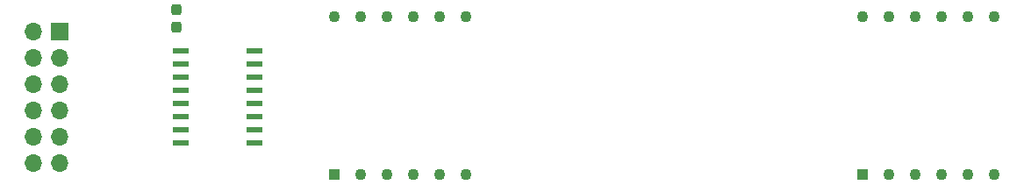
<source format=gbr>
%TF.GenerationSoftware,KiCad,Pcbnew,7.0.2*%
%TF.CreationDate,2023-08-10T02:19:43+09:00*%
%TF.ProjectId,Pmod_7LED_8digit,506d6f64-5f37-44c4-9544-5f3864696769,rev?*%
%TF.SameCoordinates,Original*%
%TF.FileFunction,Soldermask,Bot*%
%TF.FilePolarity,Negative*%
%FSLAX46Y46*%
G04 Gerber Fmt 4.6, Leading zero omitted, Abs format (unit mm)*
G04 Created by KiCad (PCBNEW 7.0.2) date 2023-08-10 02:19:43*
%MOMM*%
%LPD*%
G01*
G04 APERTURE LIST*
G04 Aperture macros list*
%AMRoundRect*
0 Rectangle with rounded corners*
0 $1 Rounding radius*
0 $2 $3 $4 $5 $6 $7 $8 $9 X,Y pos of 4 corners*
0 Add a 4 corners polygon primitive as box body*
4,1,4,$2,$3,$4,$5,$6,$7,$8,$9,$2,$3,0*
0 Add four circle primitives for the rounded corners*
1,1,$1+$1,$2,$3*
1,1,$1+$1,$4,$5*
1,1,$1+$1,$6,$7*
1,1,$1+$1,$8,$9*
0 Add four rect primitives between the rounded corners*
20,1,$1+$1,$2,$3,$4,$5,0*
20,1,$1+$1,$4,$5,$6,$7,0*
20,1,$1+$1,$6,$7,$8,$9,0*
20,1,$1+$1,$8,$9,$2,$3,0*%
G04 Aperture macros list end*
%ADD10R,1.100000X1.100000*%
%ADD11C,1.100000*%
%ADD12R,1.700000X1.700000*%
%ADD13O,1.700000X1.700000*%
%ADD14R,1.500000X0.600000*%
%ADD15RoundRect,0.237500X-0.237500X0.300000X-0.237500X-0.300000X0.237500X-0.300000X0.237500X0.300000X0*%
G04 APERTURE END LIST*
D10*
%TO.C,DS2*%
X83185000Y-82169000D03*
D11*
X85725000Y-82169000D03*
X88265000Y-82169000D03*
X90805000Y-82169000D03*
X93345000Y-82169000D03*
X95885000Y-82169000D03*
X95885000Y-66929000D03*
X93345000Y-66929000D03*
X90805000Y-66929000D03*
X88265000Y-66929000D03*
X85725000Y-66929000D03*
X83185000Y-66929000D03*
%TD*%
D12*
%TO.C,J1*%
X56642000Y-68326000D03*
D13*
X56642000Y-70866000D03*
X56642000Y-73406000D03*
X56642000Y-75946000D03*
X56642000Y-78486000D03*
X56642000Y-81026000D03*
X54102000Y-68326000D03*
X54102000Y-70866000D03*
X54102000Y-73406000D03*
X54102000Y-75946000D03*
X54102000Y-78486000D03*
X54102000Y-81026000D03*
%TD*%
D10*
%TO.C,DS1*%
X134112000Y-82169000D03*
D11*
X136652000Y-82169000D03*
X139192000Y-82169000D03*
X141732000Y-82169000D03*
X144272000Y-82169000D03*
X146812000Y-82169000D03*
X146812000Y-66929000D03*
X144272000Y-66929000D03*
X141732000Y-66929000D03*
X139192000Y-66929000D03*
X136652000Y-66929000D03*
X134112000Y-66929000D03*
%TD*%
D14*
%TO.C,U2*%
X75432000Y-70231000D03*
X75432000Y-71501000D03*
X75432000Y-72771000D03*
X75432000Y-74041000D03*
X75432000Y-75311000D03*
X75432000Y-76581000D03*
X75432000Y-77851000D03*
X75432000Y-79121000D03*
X68332000Y-79121000D03*
X68332000Y-77851000D03*
X68332000Y-76581000D03*
X68332000Y-75311000D03*
X68332000Y-74041000D03*
X68332000Y-72771000D03*
X68332000Y-71501000D03*
X68332000Y-70231000D03*
%TD*%
D15*
%TO.C,C2*%
X67945000Y-66193500D03*
X67945000Y-67918500D03*
%TD*%
M02*

</source>
